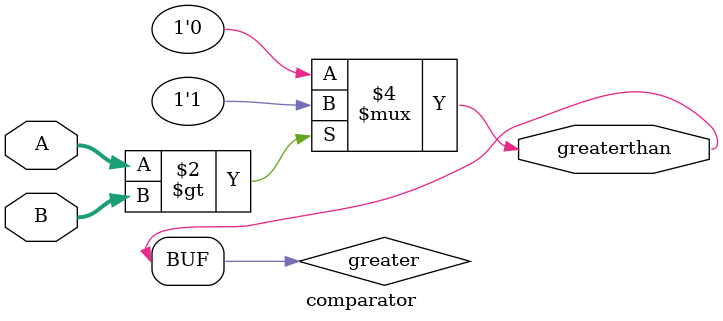
<source format=v>

module comparator(A, B, greaterthan);
	input [9:0] A, B;
	reg greater;
	output greaterthan;

	always begin //Combinational logic 
		if (A > B) greater = 1'b1;
		else greater = 1'b0;
	end
	assign greaterthan = greater;
	
endmodule 
</source>
